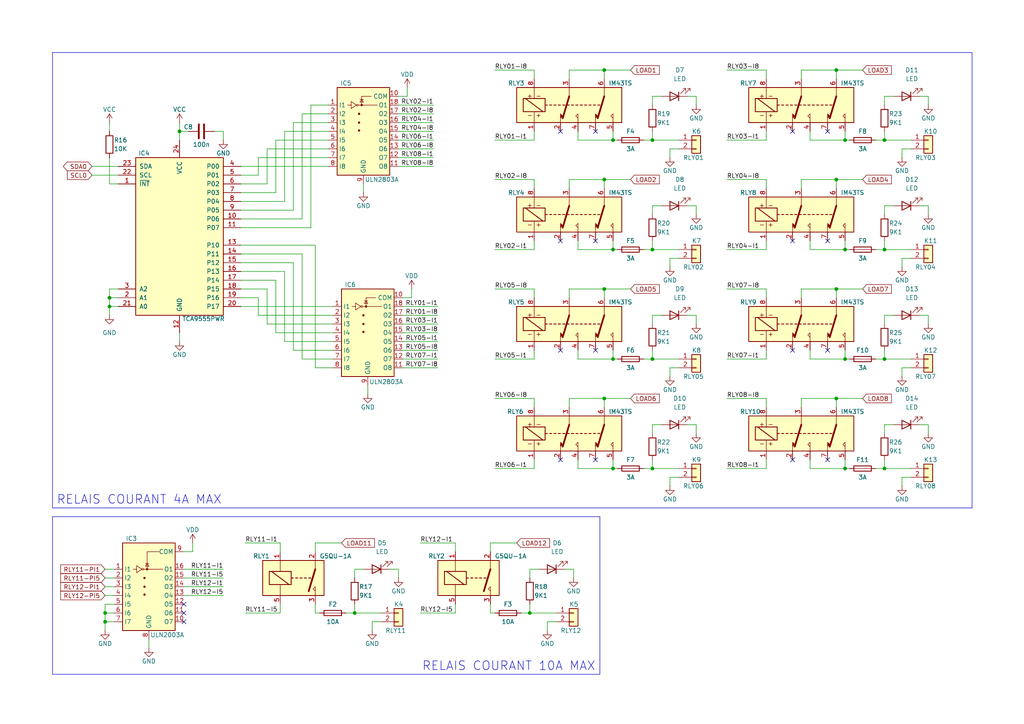
<source format=kicad_sch>
(kicad_sch (version 20250114) (generator "eeschema") (generator_version "9.0")
  (paper "A4")
  (title_block (title "Carte Interface relais") (rev "1C") (company "ADRASEC 38 - Nicolas F4ISE"))
  (rectangle (start 15.24 149.86) (end 173.99 195.58))
  (rectangle (start 15.24 15.24) (end 281.94 147.32))
  (text "RELAIS COURANT 4A MAX" (at 40.386 145.034 0) (effects (font (size 2.54 2.54))))
  (text "RELAIS COURANT 10A MAX" (at 147.574 193.294 0) (effects (font (size 2.54 2.54))))
  (junction (at 242.57 115.57))
  (junction (at 242.57 83.82))
  (junction (at 153.67 177.8))
  (junction (at 177.8 72.39))
  (junction (at 256.54 72.39))
  (junction (at 177.8 40.64))
  (junction (at 245.11 72.39))
  (junction (at 175.26 52.07))
  (junction (at 256.54 135.89))
  (junction (at 175.26 83.82))
  (junction (at 52.07 38.1))
  (junction (at 256.54 104.14))
  (junction (at 177.8 135.89))
  (junction (at 245.11 40.64))
  (junction (at 189.23 72.39))
  (junction (at 189.23 40.64))
  (junction (at 177.8 104.14))
  (junction (at 256.54 40.64))
  (junction (at 242.57 52.07))
  (junction (at 245.11 104.14))
  (junction (at 30.48 180.34))
  (junction (at 31.75 88.9))
  (junction (at 175.26 20.32))
  (junction (at 242.57 20.32))
  (junction (at 189.23 135.89))
  (junction (at 31.75 86.36))
  (junction (at 189.23 104.14))
  (junction (at 102.87 177.8))
  (junction (at 30.48 177.8))
  (junction (at 245.11 135.89))
  (junction (at 175.26 115.57))
  (no_connect (at 162.56 133.35))
  (no_connect (at 172.72 101.6))
  (no_connect (at 229.87 38.1))
  (no_connect (at 229.87 133.35))
  (no_connect (at 53.34 175.26))
  (no_connect (at 229.87 69.85))
  (no_connect (at 240.03 133.35))
  (no_connect (at 172.72 133.35))
  (no_connect (at 162.56 69.85))
  (no_connect (at 240.03 38.1))
  (no_connect (at 162.56 101.6))
  (no_connect (at 240.03 101.6))
  (no_connect (at 162.56 38.1))
  (no_connect (at 240.03 69.85))
  (no_connect (at 53.34 180.34))
  (no_connect (at 172.72 38.1))
  (no_connect (at 172.72 69.85))
  (no_connect (at 53.34 177.8))
  (no_connect (at 229.87 101.6))
  (wire (pts (xy 85.09 60.96) (xy 85.09 35.56)))
  (wire (pts (xy 161.29 180.34) (xy 158.75 180.34)))
  (wire (pts (xy 256.54 104.14) (xy 264.16 104.14)))
  (wire (pts (xy 143.51 135.89) (xy 154.94 135.89)))
  (wire (pts (xy 80.01 55.88) (xy 80.01 40.64)))
  (wire (pts (xy 154.94 54.61) (xy 154.94 52.07)))
  (wire (pts (xy 234.95 38.1) (xy 234.95 40.64)))
  (wire (pts (xy 165.1 83.82) (xy 175.26 83.82)))
  (wire (pts (xy 69.85 71.12) (xy 91.44 71.12)))
  (wire (pts (xy 74.93 91.44) (xy 96.52 91.44)))
  (wire (pts (xy 264.16 138.43) (xy 261.62 138.43)))
  (wire (pts (xy 69.85 50.8) (xy 74.93 50.8)))
  (wire (pts (xy 115.57 35.56) (xy 125.73 35.56)))
  (wire (pts (xy 245.11 72.39) (xy 245.11 69.85)))
  (wire (pts (xy 64.77 38.1) (xy 64.77 40.64)))
  (wire (pts (xy 115.57 48.26) (xy 125.73 48.26)))
  (wire (pts (xy 189.23 69.85) (xy 189.23 72.39)))
  (wire (pts (xy 189.23 104.14) (xy 196.85 104.14)))
  (wire (pts (xy 87.63 104.14) (xy 96.52 104.14)))
  (wire (pts (xy 210.82 40.64) (xy 222.25 40.64)))
  (wire (pts (xy 116.84 93.98) (xy 127 93.98)))
  (wire (pts (xy 116.84 88.9) (xy 127 88.9)))
  (wire (pts (xy 30.48 177.8) (xy 30.48 180.34)))
  (wire (pts (xy 154.94 38.1) (xy 154.94 40.64)))
  (wire (pts (xy 142.24 177.8) (xy 142.24 175.26)))
  (wire (pts (xy 269.24 59.69) (xy 269.24 62.23)))
  (wire (pts (xy 189.23 101.6) (xy 189.23 104.14)))
  (wire (pts (xy 119.38 86.36) (xy 119.38 83.82)))
  (wire (pts (xy 74.93 45.72) (xy 95.25 45.72)))
  (wire (pts (xy 81.28 175.26) (xy 81.28 177.8)))
  (wire (pts (xy 116.84 104.14) (xy 127 104.14)))
  (wire (pts (xy 189.23 62.23) (xy 189.23 59.69)))
  (wire (pts (xy 256.54 59.69) (xy 259.08 59.69)))
  (wire (pts (xy 222.25 83.82) (xy 222.25 86.36)))
  (wire (pts (xy 165.1 20.32) (xy 175.26 20.32)))
  (wire (pts (xy 91.44 177.8) (xy 92.71 177.8)))
  (wire (pts (xy 232.41 86.36) (xy 232.41 83.82)))
  (wire (pts (xy 43.18 185.42) (xy 43.18 187.96)))
  (wire (pts (xy 245.11 135.89) (xy 245.11 133.35)))
  (wire (pts (xy 232.41 20.32) (xy 242.57 20.32)))
  (wire (pts (xy 234.95 101.6) (xy 234.95 104.14)))
  (wire (pts (xy 33.02 175.26) (xy 30.48 175.26)))
  (wire (pts (xy 210.82 72.39) (xy 222.25 72.39)))
  (wire (pts (xy 80.01 81.28) (xy 80.01 96.52)))
  (wire (pts (xy 175.26 115.57) (xy 182.88 115.57)))
  (wire (pts (xy 143.51 115.57) (xy 154.94 115.57)))
  (wire (pts (xy 186.69 135.89) (xy 189.23 135.89)))
  (wire (pts (xy 69.85 55.88) (xy 80.01 55.88)))
  (wire (pts (xy 165.1 52.07) (xy 175.26 52.07)))
  (wire (pts (xy 261.62 138.43) (xy 261.62 140.97)))
  (wire (pts (xy 210.82 83.82) (xy 222.25 83.82)))
  (wire (pts (xy 132.08 175.26) (xy 132.08 177.8)))
  (wire (pts (xy 142.24 157.48) (xy 149.86 157.48)))
  (wire (pts (xy 196.85 106.68) (xy 194.31 106.68)))
  (wire (pts (xy 256.54 27.94) (xy 259.08 27.94)))
  (wire (pts (xy 264.16 43.18) (xy 261.62 43.18)))
  (wire (pts (xy 175.26 118.11) (xy 175.26 115.57)))
  (wire (pts (xy 91.44 160.02) (xy 91.44 157.48)))
  (wire (pts (xy 256.54 30.48) (xy 256.54 27.94)))
  (wire (pts (xy 256.54 93.98) (xy 256.54 91.44)))
  (wire (pts (xy 77.47 93.98) (xy 96.52 93.98)))
  (wire (pts (xy 31.75 53.34) (xy 31.75 45.72)))
  (wire (pts (xy 154.94 83.82) (xy 154.94 86.36)))
  (wire (pts (xy 115.57 38.1) (xy 125.73 38.1)))
  (wire (pts (xy 245.11 135.89) (xy 246.38 135.89)))
  (wire (pts (xy 210.82 52.07) (xy 222.25 52.07)))
  (wire (pts (xy 234.95 135.89) (xy 245.11 135.89)))
  (wire (pts (xy 234.95 40.64) (xy 245.11 40.64)))
  (wire (pts (xy 189.23 27.94) (xy 191.77 27.94)))
  (wire (pts (xy 266.7 59.69) (xy 269.24 59.69)))
  (wire (pts (xy 266.7 91.44) (xy 269.24 91.44)))
  (wire (pts (xy 102.87 165.1) (xy 105.41 165.1)))
  (wire (pts (xy 245.11 40.64) (xy 246.38 40.64)))
  (wire (pts (xy 222.25 52.07) (xy 222.25 54.61)))
  (wire (pts (xy 91.44 177.8) (xy 91.44 175.26)))
  (wire (pts (xy 69.85 83.82) (xy 77.47 83.82)))
  (wire (pts (xy 62.23 38.1) (xy 64.77 38.1)))
  (wire (pts (xy 85.09 76.2) (xy 85.09 101.6)))
  (wire (pts (xy 30.48 177.8) (xy 33.02 177.8)))
  (wire (pts (xy 52.07 38.1) (xy 52.07 40.64)))
  (wire (pts (xy 77.47 43.18) (xy 95.25 43.18)))
  (wire (pts (xy 196.85 138.43) (xy 194.31 138.43)))
  (wire (pts (xy 256.54 38.1) (xy 256.54 40.64)))
  (wire (pts (xy 82.55 99.06) (xy 96.52 99.06)))
  (wire (pts (xy 269.24 91.44) (xy 269.24 93.98)))
  (wire (pts (xy 222.25 115.57) (xy 222.25 118.11)))
  (wire (pts (xy 199.39 27.94) (xy 201.93 27.94)))
  (wire (pts (xy 69.85 78.74) (xy 82.55 78.74)))
  (wire (pts (xy 261.62 43.18) (xy 261.62 45.72)))
  (wire (pts (xy 177.8 72.39) (xy 177.8 69.85)))
  (wire (pts (xy 143.51 52.07) (xy 154.94 52.07)))
  (wire (pts (xy 116.84 86.36) (xy 119.38 86.36)))
  (wire (pts (xy 232.41 22.86) (xy 232.41 20.32)))
  (wire (pts (xy 110.49 180.34) (xy 107.95 180.34)))
  (wire (pts (xy 167.64 40.64) (xy 177.8 40.64)))
  (wire (pts (xy 154.94 101.6) (xy 154.94 104.14)))
  (wire (pts (xy 31.75 35.56) (xy 31.75 38.1)))
  (wire (pts (xy 71.12 157.48) (xy 81.28 157.48)))
  (wire (pts (xy 69.85 88.9) (xy 96.52 88.9)))
  (wire (pts (xy 254 72.39) (xy 256.54 72.39)))
  (wire (pts (xy 245.11 40.64) (xy 245.11 38.1)))
  (wire (pts (xy 167.64 133.35) (xy 167.64 135.89)))
  (wire (pts (xy 90.17 66.04) (xy 90.17 30.48)))
  (wire (pts (xy 87.63 63.5) (xy 87.63 33.02)))
  (wire (pts (xy 80.01 40.64) (xy 95.25 40.64)))
  (wire (pts (xy 91.44 106.68) (xy 96.52 106.68)))
  (wire (pts (xy 242.57 118.11) (xy 242.57 115.57)))
  (wire (pts (xy 189.23 123.19) (xy 191.77 123.19)))
  (wire (pts (xy 143.51 72.39) (xy 154.94 72.39)))
  (wire (pts (xy 30.48 170.18) (xy 33.02 170.18)))
  (wire (pts (xy 102.87 177.8) (xy 110.49 177.8)))
  (wire (pts (xy 102.87 167.64) (xy 102.87 165.1)))
  (wire (pts (xy 121.92 177.8) (xy 132.08 177.8)))
  (wire (pts (xy 261.62 106.68) (xy 261.62 109.22)))
  (wire (pts (xy 90.17 30.48) (xy 95.25 30.48)))
  (wire (pts (xy 167.64 101.6) (xy 167.64 104.14)))
  (wire (pts (xy 74.93 86.36) (xy 74.93 91.44)))
  (wire (pts (xy 254 104.14) (xy 256.54 104.14)))
  (wire (pts (xy 232.41 118.11) (xy 232.41 115.57)))
  (wire (pts (xy 132.08 160.02) (xy 132.08 157.48)))
  (wire (pts (xy 100.33 177.8) (xy 102.87 177.8)))
  (wire (pts (xy 266.7 27.94) (xy 269.24 27.94)))
  (wire (pts (xy 116.84 96.52) (xy 127 96.52)))
  (wire (pts (xy 82.55 58.42) (xy 82.55 38.1)))
  (wire (pts (xy 222.25 22.86) (xy 222.25 20.32)))
  (wire (pts (xy 143.51 104.14) (xy 154.94 104.14)))
  (wire (pts (xy 166.37 165.1) (xy 166.37 167.64)))
  (wire (pts (xy 77.47 53.34) (xy 77.47 43.18)))
  (wire (pts (xy 69.85 58.42) (xy 82.55 58.42)))
  (wire (pts (xy 232.41 54.61) (xy 232.41 52.07)))
  (wire (pts (xy 91.44 157.48) (xy 99.06 157.48)))
  (wire (pts (xy 210.82 104.14) (xy 222.25 104.14)))
  (wire (pts (xy 177.8 104.14) (xy 179.07 104.14)))
  (wire (pts (xy 234.95 72.39) (xy 245.11 72.39)))
  (wire (pts (xy 189.23 133.35) (xy 189.23 135.89)))
  (wire (pts (xy 194.31 106.68) (xy 194.31 109.22)))
  (wire (pts (xy 242.57 20.32) (xy 250.19 20.32)))
  (wire (pts (xy 121.92 157.48) (xy 132.08 157.48)))
  (wire (pts (xy 256.54 125.73) (xy 256.54 123.19)))
  (wire (pts (xy 31.75 86.36) (xy 34.29 86.36)))
  (wire (pts (xy 31.75 83.82) (xy 31.75 86.36)))
  (wire (pts (xy 143.51 40.64) (xy 154.94 40.64)))
  (wire (pts (xy 106.68 111.76) (xy 106.68 114.3)))
  (wire (pts (xy 242.57 83.82) (xy 250.19 83.82)))
  (wire (pts (xy 194.31 74.93) (xy 194.31 77.47)))
  (wire (pts (xy 30.48 180.34) (xy 30.48 182.88)))
  (wire (pts (xy 69.85 76.2) (xy 85.09 76.2)))
  (wire (pts (xy 242.57 86.36) (xy 242.57 83.82)))
  (wire (pts (xy 69.85 66.04) (xy 90.17 66.04)))
  (wire (pts (xy 234.95 133.35) (xy 234.95 135.89)))
  (wire (pts (xy 55.88 160.02) (xy 55.88 157.48)))
  (wire (pts (xy 256.54 69.85) (xy 256.54 72.39)))
  (wire (pts (xy 80.01 96.52) (xy 96.52 96.52)))
  (wire (pts (xy 81.28 160.02) (xy 81.28 157.48)))
  (wire (pts (xy 177.8 104.14) (xy 177.8 101.6)))
  (wire (pts (xy 165.1 86.36) (xy 165.1 83.82)))
  (wire (pts (xy 201.93 59.69) (xy 201.93 62.23)))
  (wire (pts (xy 232.41 83.82) (xy 242.57 83.82)))
  (wire (pts (xy 201.93 123.19) (xy 201.93 125.73)))
  (wire (pts (xy 189.23 38.1) (xy 189.23 40.64)))
  (wire (pts (xy 189.23 91.44) (xy 191.77 91.44)))
  (wire (pts (xy 30.48 175.26) (xy 30.48 177.8)))
  (wire (pts (xy 154.94 115.57) (xy 154.94 118.11)))
  (wire (pts (xy 186.69 72.39) (xy 189.23 72.39)))
  (wire (pts (xy 177.8 72.39) (xy 179.07 72.39)))
  (wire (pts (xy 177.8 135.89) (xy 179.07 135.89)))
  (wire (pts (xy 186.69 104.14) (xy 189.23 104.14)))
  (wire (pts (xy 69.85 48.26) (xy 95.25 48.26)))
  (wire (pts (xy 201.93 27.94) (xy 201.93 30.48)))
  (wire (pts (xy 115.57 33.02) (xy 125.73 33.02)))
  (wire (pts (xy 82.55 78.74) (xy 82.55 99.06)))
  (wire (pts (xy 30.48 165.1) (xy 33.02 165.1)))
  (wire (pts (xy 118.11 27.94) (xy 118.11 25.4)))
  (wire (pts (xy 201.93 91.44) (xy 201.93 93.98)))
  (wire (pts (xy 175.26 22.86) (xy 175.26 20.32)))
  (wire (pts (xy 71.12 177.8) (xy 81.28 177.8)))
  (wire (pts (xy 158.75 180.34) (xy 158.75 182.88)))
  (wire (pts (xy 30.48 167.64) (xy 33.02 167.64)))
  (wire (pts (xy 175.26 83.82) (xy 182.88 83.82)))
  (wire (pts (xy 189.23 30.48) (xy 189.23 27.94)))
  (wire (pts (xy 69.85 60.96) (xy 85.09 60.96)))
  (wire (pts (xy 143.51 83.82) (xy 154.94 83.82)))
  (wire (pts (xy 167.64 69.85) (xy 167.64 72.39)))
  (wire (pts (xy 85.09 101.6) (xy 96.52 101.6)))
  (wire (pts (xy 105.41 53.34) (xy 105.41 55.88)))
  (wire (pts (xy 256.54 123.19) (xy 259.08 123.19)))
  (wire (pts (xy 87.63 73.66) (xy 87.63 104.14)))
  (wire (pts (xy 210.82 115.57) (xy 222.25 115.57)))
  (wire (pts (xy 52.07 38.1) (xy 54.61 38.1)))
  (wire (pts (xy 115.57 165.1) (xy 115.57 167.64)))
  (wire (pts (xy 254 40.64) (xy 256.54 40.64)))
  (wire (pts (xy 256.54 72.39) (xy 264.16 72.39)))
  (wire (pts (xy 153.67 165.1) (xy 156.21 165.1)))
  (wire (pts (xy 222.25 101.6) (xy 222.25 104.14)))
  (wire (pts (xy 232.41 115.57) (xy 242.57 115.57)))
  (wire (pts (xy 194.31 138.43) (xy 194.31 140.97)))
  (wire (pts (xy 177.8 135.89) (xy 177.8 133.35)))
  (wire (pts (xy 142.24 177.8) (xy 143.51 177.8)))
  (wire (pts (xy 113.03 165.1) (xy 115.57 165.1)))
  (wire (pts (xy 269.24 123.19) (xy 269.24 125.73)))
  (wire (pts (xy 196.85 43.18) (xy 194.31 43.18)))
  (wire (pts (xy 269.24 27.94) (xy 269.24 30.48)))
  (wire (pts (xy 31.75 88.9) (xy 34.29 88.9)))
  (wire (pts (xy 256.54 91.44) (xy 259.08 91.44)))
  (wire (pts (xy 232.41 52.07) (xy 242.57 52.07)))
  (wire (pts (xy 242.57 54.61) (xy 242.57 52.07)))
  (wire (pts (xy 151.13 177.8) (xy 153.67 177.8)))
  (wire (pts (xy 186.69 40.64) (xy 189.23 40.64)))
  (wire (pts (xy 74.93 50.8) (xy 74.93 45.72)))
  (wire (pts (xy 167.64 104.14) (xy 177.8 104.14)))
  (wire (pts (xy 154.94 133.35) (xy 154.94 135.89)))
  (wire (pts (xy 175.26 20.32) (xy 182.88 20.32)))
  (wire (pts (xy 69.85 81.28) (xy 80.01 81.28)))
  (wire (pts (xy 177.8 40.64) (xy 179.07 40.64)))
  (wire (pts (xy 142.24 160.02) (xy 142.24 157.48)))
  (wire (pts (xy 116.84 99.06) (xy 127 99.06)))
  (wire (pts (xy 167.64 72.39) (xy 177.8 72.39)))
  (wire (pts (xy 31.75 88.9) (xy 31.75 91.44)))
  (wire (pts (xy 242.57 52.07) (xy 250.19 52.07)))
  (wire (pts (xy 175.26 86.36) (xy 175.26 83.82)))
  (wire (pts (xy 245.11 104.14) (xy 245.11 101.6)))
  (wire (pts (xy 87.63 33.02) (xy 95.25 33.02)))
  (wire (pts (xy 53.34 170.18) (xy 64.77 170.18)))
  (wire (pts (xy 115.57 40.64) (xy 125.73 40.64)))
  (wire (pts (xy 245.11 72.39) (xy 246.38 72.39)))
  (wire (pts (xy 194.31 43.18) (xy 194.31 45.72)))
  (wire (pts (xy 77.47 83.82) (xy 77.47 93.98)))
  (wire (pts (xy 167.64 38.1) (xy 167.64 40.64)))
  (wire (pts (xy 196.85 74.93) (xy 194.31 74.93)))
  (wire (pts (xy 52.07 96.52) (xy 52.07 99.06)))
  (wire (pts (xy 26.67 48.26) (xy 34.29 48.26)))
  (wire (pts (xy 165.1 22.86) (xy 165.1 20.32)))
  (wire (pts (xy 69.85 86.36) (xy 74.93 86.36)))
  (wire (pts (xy 154.94 22.86) (xy 154.94 20.32)))
  (wire (pts (xy 153.67 167.64) (xy 153.67 165.1)))
  (wire (pts (xy 234.95 104.14) (xy 245.11 104.14)))
  (wire (pts (xy 242.57 22.86) (xy 242.57 20.32)))
  (wire (pts (xy 189.23 40.64) (xy 196.85 40.64)))
  (wire (pts (xy 69.85 73.66) (xy 87.63 73.66)))
  (wire (pts (xy 82.55 38.1) (xy 95.25 38.1)))
  (wire (pts (xy 189.23 72.39) (xy 196.85 72.39)))
  (wire (pts (xy 30.48 172.72) (xy 33.02 172.72)))
  (wire (pts (xy 222.25 133.35) (xy 222.25 135.89)))
  (wire (pts (xy 189.23 93.98) (xy 189.23 91.44)))
  (wire (pts (xy 30.48 180.34) (xy 33.02 180.34)))
  (wire (pts (xy 31.75 86.36) (xy 31.75 88.9)))
  (wire (pts (xy 210.82 20.32) (xy 222.25 20.32)))
  (wire (pts (xy 153.67 177.8) (xy 161.29 177.8)))
  (wire (pts (xy 222.25 38.1) (xy 222.25 40.64)))
  (wire (pts (xy 165.1 118.11) (xy 165.1 115.57)))
  (wire (pts (xy 256.54 135.89) (xy 264.16 135.89)))
  (wire (pts (xy 153.67 175.26) (xy 153.67 177.8)))
  (wire (pts (xy 102.87 175.26) (xy 102.87 177.8)))
  (wire (pts (xy 175.26 52.07) (xy 182.88 52.07)))
  (wire (pts (xy 245.11 104.14) (xy 246.38 104.14)))
  (wire (pts (xy 115.57 30.48) (xy 125.73 30.48)))
  (wire (pts (xy 91.44 71.12) (xy 91.44 106.68)))
  (wire (pts (xy 254 135.89) (xy 256.54 135.89)))
  (wire (pts (xy 69.85 53.34) (xy 77.47 53.34)))
  (wire (pts (xy 210.82 135.89) (xy 222.25 135.89)))
  (wire (pts (xy 116.84 91.44) (xy 127 91.44)))
  (wire (pts (xy 116.84 101.6) (xy 127 101.6)))
  (wire (pts (xy 85.09 35.56) (xy 95.25 35.56)))
  (wire (pts (xy 165.1 54.61) (xy 165.1 52.07)))
  (wire (pts (xy 256.54 62.23) (xy 256.54 59.69)))
  (wire (pts (xy 261.62 74.93) (xy 261.62 77.47)))
  (wire (pts (xy 26.67 50.8) (xy 34.29 50.8)))
  (wire (pts (xy 222.25 69.85) (xy 222.25 72.39)))
  (wire (pts (xy 154.94 69.85) (xy 154.94 72.39)))
  (wire (pts (xy 165.1 115.57) (xy 175.26 115.57)))
  (wire (pts (xy 53.34 160.02) (xy 55.88 160.02)))
  (wire (pts (xy 53.34 165.1) (xy 64.77 165.1)))
  (wire (pts (xy 115.57 27.94) (xy 118.11 27.94)))
  (wire (pts (xy 167.64 135.89) (xy 177.8 135.89)))
  (wire (pts (xy 264.16 74.93) (xy 261.62 74.93)))
  (wire (pts (xy 177.8 40.64) (xy 177.8 38.1)))
  (wire (pts (xy 199.39 123.19) (xy 201.93 123.19)))
  (wire (pts (xy 256.54 133.35) (xy 256.54 135.89)))
  (wire (pts (xy 256.54 40.64) (xy 264.16 40.64)))
  (wire (pts (xy 199.39 91.44) (xy 201.93 91.44)))
  (wire (pts (xy 189.23 135.89) (xy 196.85 135.89)))
  (wire (pts (xy 234.95 69.85) (xy 234.95 72.39)))
  (wire (pts (xy 34.29 83.82) (xy 31.75 83.82)))
  (wire (pts (xy 52.07 35.56) (xy 52.07 38.1)))
  (wire (pts (xy 189.23 125.73) (xy 189.23 123.19)))
  (wire (pts (xy 116.84 106.68) (xy 127 106.68)))
  (wire (pts (xy 69.85 63.5) (xy 87.63 63.5)))
  (wire (pts (xy 175.26 54.61) (xy 175.26 52.07)))
  (wire (pts (xy 266.7 123.19) (xy 269.24 123.19)))
  (wire (pts (xy 199.39 59.69) (xy 201.93 59.69)))
  (wire (pts (xy 189.23 59.69) (xy 191.77 59.69)))
  (wire (pts (xy 107.95 180.34) (xy 107.95 182.88)))
  (wire (pts (xy 256.54 101.6) (xy 256.54 104.14)))
  (wire (pts (xy 143.51 20.32) (xy 154.94 20.32)))
  (wire (pts (xy 163.83 165.1) (xy 166.37 165.1)))
  (wire (pts (xy 34.29 53.34) (xy 31.75 53.34)))
  (wire (pts (xy 115.57 43.18) (xy 125.73 43.18)))
  (wire (pts (xy 264.16 106.68) (xy 261.62 106.68)))
  (wire (pts (xy 53.34 167.64) (xy 64.77 167.64)))
  (wire (pts (xy 242.57 115.57) (xy 250.19 115.57)))
  (wire (pts (xy 115.57 45.72) (xy 125.73 45.72)))
  (wire (pts (xy 53.34 172.72) (xy 64.77 172.72)))
  (label "RLY11-I5" (at 71.12 177.8 0))
  (label "RLY06-I1" (at 143.51 135.89 0))
  (label "RLY11-I1" (at 71.12 157.48 0))
  (label "RLY02-I8" (at 143.51 52.07 0))
  (label "RLY02-I8" (at 125.73 33.02 180))
  (label "RLY06-I8" (at 143.51 115.57 0))
  (label "RLY07-I8" (at 210.82 83.82 0))
  (label "RLY12-I1" (at 64.77 170.18 180))
  (label "RLY05-I1" (at 143.51 104.14 0))
  (label "RLY07-I1" (at 127 104.14 180))
  (label "RLY11-I5" (at 64.77 167.64 180))
  (label "RLY03-I8" (at 127 96.52 180))
  (label "RLY03-I1" (at 210.82 40.64 0))
  (label "RLY04-I8" (at 125.73 38.1 180))
  (label "RLY01-I8" (at 127 91.44 180))
  (label "RLY02-I1" (at 143.51 72.39 0))
  (label "RLY04-I1" (at 125.73 35.56 180))
  (label "RLY12-I5" (at 64.77 172.72 180))
  (label "RLY05-I1" (at 127 99.06 180))
  (label "RLY01-I1" (at 143.51 40.64 0))
  (label "RLY03-I1" (at 127 93.98 180))
  (label "RLY02-I1" (at 125.73 30.48 180))
  (label "RLY12-I1" (at 121.92 157.48 0))
  (label "RLY03-I8" (at 210.82 20.32 0))
  (label "RLY06-I1" (at 125.73 40.64 180))
  (label "RLY08-I8" (at 210.82 115.57 0))
  (label "RLY08-I8" (at 125.73 48.26 180))
  (label "RLY01-I1" (at 127 88.9 180))
  (label "RLY04-I8" (at 210.82 52.07 0))
  (label "RLY05-I8" (at 127 101.6 180))
  (label "RLY01-I8" (at 143.51 20.32 0))
  (label "RLY12-I5" (at 121.92 177.8 0))
  (label "RLY07-I1" (at 210.82 104.14 0))
  (label "RLY05-I8" (at 143.51 83.82 0))
  (label "RLY06-I8" (at 125.73 43.18 180))
  (label "RLY07-I8" (at 127 106.68 180))
  (label "RLY11-I1" (at 64.77 165.1 180))
  (label "RLY08-I1" (at 125.73 45.72 180))
  (label "RLY08-I1" (at 210.82 135.89 0))
  (label "RLY04-I1" (at 210.82 72.39 0))
  (global_label "LOAD3" (shape input) (at 250.19 20.32 0) (property "Intersheetrefs" "${INTERSHEET_REFS}" (effects (hide yes))))
  (global_label "LOAD2" (shape input) (at 182.88 52.07 0) (property "Intersheetrefs" "${INTERSHEET_REFS}" (effects (hide yes))))
  (global_label "LOAD8" (shape input) (at 250.19 115.57 0) (property "Intersheetrefs" "${INTERSHEET_REFS}" (effects (hide yes))))
  (global_label "RLY11-PI5" (shape input) (at 30.48 167.64 180) (property "Intersheetrefs" "${INTERSHEET_REFS}" (effects (hide yes))))
  (global_label "RLY12-PI5" (shape input) (at 30.48 172.72 180) (property "Intersheetrefs" "${INTERSHEET_REFS}" (effects (hide yes))))
  (global_label "SDA0" (shape bidirectional) (at 26.67 48.26 180) (property "Intersheetrefs" "${INTERSHEET_REFS}" (effects (hide yes))))
  (global_label "LOAD12" (shape input) (at 149.86 157.48 0) (property "Intersheetrefs" "${INTERSHEET_REFS}" (effects (hide yes))))
  (global_label "LOAD6" (shape input) (at 182.88 115.57 0) (property "Intersheetrefs" "${INTERSHEET_REFS}" (effects (hide yes))))
  (global_label "LOAD5" (shape input) (at 182.88 83.82 0) (property "Intersheetrefs" "${INTERSHEET_REFS}" (effects (hide yes))))
  (global_label "LOAD11" (shape input) (at 99.06 157.48 0) (property "Intersheetrefs" "${INTERSHEET_REFS}" (effects (hide yes))))
  (global_label "SCL0" (shape input) (at 26.67 50.8 180) (property "Intersheetrefs" "${INTERSHEET_REFS}" (effects (hide yes))))
  (global_label "LOAD7" (shape input) (at 250.19 83.82 0) (property "Intersheetrefs" "${INTERSHEET_REFS}" (effects (hide yes))))
  (global_label "LOAD4" (shape input) (at 250.19 52.07 0) (property "Intersheetrefs" "${INTERSHEET_REFS}" (effects (hide yes))))
  (global_label "RLY12-PI1" (shape input) (at 30.48 170.18 180) (property "Intersheetrefs" "${INTERSHEET_REFS}" (effects (hide yes))))
  (global_label "RLY11-PI1" (shape input) (at 30.48 165.1 180) (property "Intersheetrefs" "${INTERSHEET_REFS}" (effects (hide yes))))
  (global_label "LOAD1" (shape input) (at 182.88 20.32 0) (property "Intersheetrefs" "${INTERSHEET_REFS}" (effects (hide yes))))
  (symbol (lib_id "power:GND") (at 106.68 114.3 0) (unit 1)
    (property "Reference" "#PWR043" (effects (hide yes)))
    (property "Value" "GND" (at 106.68 118.11 0))
    (property "Description" "Power symbol creates a global label with name \"GND\" , ground" (effects (hide yes)))
  )
  (symbol (lib_id "Device:R") (at 189.23 34.29 0) (unit 1)
    (property "Reference" "R19" (at 190.5 33.02 0) (effects (justify left)))
    (property "Value" "9K1" (at 190.5 35.56 0) (effects (justify left)))
    (property "Footprint" "Resistor_SMD:R_0603_1608Metric" (effects (hide yes)))
    (property "Description" "Resistor" (effects (hide yes)))
  )
  (symbol (lib_id "Transistor_Array:ULN2003A") (at 43.18 170.18 0) (unit 1)
    (property "Reference" "IC3" (at 38.1 156.21 0))
    (property "Value" "ULN2003A" (at 48.514 184.15 0))
    (property "Footprint" "Package_SO:SO-16_5.3x10.2mm_P1.27mm" (effects (hide yes)))
    (property "Datasheet" "http://www.ti.com/lit/ds/symlink/uln2003a.pdf" (effects (hide yes)))
    (property "Description" "High Voltage, High Current Darlington Transistor Arrays, SOIC16/SOIC16W/DIP16/TSSOP16" (effects (hide yes)))
  )
  (symbol (lib_id "power:GND") (at 194.31 77.47 0) (unit 1)
    (property "Reference" "#PWR051" (effects (hide yes)))
    (property "Value" "GND" (at 194.31 81.28 0))
    (property "Description" "Power symbol creates a global label with name \"GND\" , ground" (effects (hide yes)))
  )
  (symbol (lib_id "Device:Fuse") (at 182.88 104.14 90) (unit 1)
    (property "Reference" "F6" (at 182.88 101.6 90))
    (property "Value" "3A" (at 182.88 106.68 90))
    (property "Footprint" "178.6164.0001:LITTELFUSE_178.6164.0001" (effects (hide yes)))
    (property "Description" "Fuse" (effects (hide yes)))
  )
  (symbol (lib_id "Relay:G5Q-1A") (at 137.16 167.64 0) (mirror x) (unit 1)
    (property "Reference" "RLY2" (at 124.206 161.29 0) (effects (justify left)))
    (property "Value" "G5QU-1A" (at 143.51 161.29 0) (effects (justify left)))
    (property "Footprint" "Relay_THT:Relay_SPST_Omron-G5Q-1A" (effects (hide yes)))
    (property "Datasheet" "https://www.omron.com/ecb/products/pdf/en-g5q.pdf" (effects (hide yes)))
    (property "Description" "Omron G5Q relay, Miniature Single Pole, SPST-NO, 10A" (effects (hide yes)))
  )
  (symbol (lib_name "LED_1") (lib_id "Device:LED") (at 262.89 27.94 180) (unit 1)
    (property "Reference" "D11" (at 264.4775 20.32 0))
    (property "Value" "LED" (at 264.4775 22.86 0))
    (property "Footprint" "LED_THT:LED_D3.0mm" (effects (hide yes)))
    (property "Description" "Light emitting diode" (effects (hide yes)))
    (property "Sim.Pins" "1=K 2=A" (effects (hide yes)))
  )
  (symbol (lib_name "LED_1") (lib_id "Device:LED") (at 195.58 123.19 180) (unit 1)
    (property "Reference" "D10" (at 197.1675 115.57 0))
    (property "Value" "LED" (at 197.1675 118.11 0))
    (property "Footprint" "LED_THT:LED_D3.0mm" (effects (hide yes)))
    (property "Description" "Light emitting diode" (effects (hide yes)))
    (property "Sim.Pins" "1=K 2=A" (effects (hide yes)))
  )
  (symbol (lib_id "Device:Fuse") (at 250.19 135.89 90) (unit 1)
    (property "Reference" "F11" (at 250.19 133.35 90))
    (property "Value" "3A" (at 250.19 138.43 90))
    (property "Footprint" "178.6164.0001:LITTELFUSE_178.6164.0001" (effects (hide yes)))
    (property "Description" "Fuse" (effects (hide yes)))
  )
  (symbol (lib_name "LED_1") (lib_id "Device:LED") (at 262.89 91.44 180) (unit 1)
    (property "Reference" "D13" (at 264.4775 83.82 0))
    (property "Value" "LED" (at 264.4775 86.36 0))
    (property "Footprint" "LED_THT:LED_D3.0mm" (effects (hide yes)))
    (property "Description" "Light emitting diode" (effects (hide yes)))
    (property "Sim.Pins" "1=K 2=A" (effects (hide yes)))
  )
  (symbol (lib_id "power:GND") (at 194.31 109.22 0) (unit 1)
    (property "Reference" "#PWR052" (effects (hide yes)))
    (property "Value" "GND" (at 194.31 113.03 0))
    (property "Description" "Power symbol creates a global label with name \"GND\" , ground" (effects (hide yes)))
  )
  (symbol (lib_id "Relay:IM43") (at 232.41 125.73 0) (mirror x) (unit 1)
    (property "Reference" "RLY10" (at 214.63 119.38 0) (effects (justify left)))
    (property "Value" "IM43TS" (at 243.84 119.38 0) (effects (justify left)))
    (property "Footprint" "Relay_THT:Relay_DPDT_AXICOM_IMSeries_Pitch5.08mm" (effects (hide yes)))
    (property "Datasheet" "http://www.te.com/commerce/DocumentDelivery/DDEController?Action=srchrtrv&DocNm=108-98001&DocType=SS&DocLang=EN" (effects (hide yes)))
    (property "Description" "IM Relay, standard version, bistable, switching current 2/5A, power 60W/62.5VA, voltage 220VDC/250VAC" (effects (hide yes)))
  )
  (symbol (lib_id "power:VDD") (at 55.88 157.48 0) (unit 1)
    (property "Reference" "#PWR040" (effects (hide yes)))
    (property "Value" "VDD" (at 55.88 153.67 0))
    (property "Description" "Power symbol creates a global label with name \"VDD\"" (effects (hide yes)))
  )
  (symbol (lib_id "power:VCC") (at 52.07 35.56 0) (unit 1)
    (property "Reference" "#PWR038" (effects (hide yes)))
    (property "Value" "VCC" (at 52.07 31.75 0))
    (property "Description" "Power symbol creates a global label with name \"VCC\"" (effects (hide yes)))
  )
  (symbol (lib_id "Device:R") (at 256.54 34.29 0) (unit 1)
    (property "Reference" "R23" (at 257.81 33.02 0) (effects (justify left)))
    (property "Value" "9K1" (at 257.81 35.56 0) (effects (justify left)))
    (property "Footprint" "Resistor_SMD:R_0603_1608Metric" (effects (hide yes)))
    (property "Description" "Resistor" (effects (hide yes)))
  )
  (symbol (lib_id "Device:Fuse") (at 250.19 72.39 90) (unit 1)
    (property "Reference" "F9" (at 250.19 69.85 90))
    (property "Value" "3A" (at 250.19 74.93 90))
    (property "Footprint" "178.6164.0001:LITTELFUSE_178.6164.0001" (effects (hide yes)))
    (property "Description" "Fuse" (effects (hide yes)))
  )
  (symbol (lib_id "Device:Fuse") (at 147.32 177.8 90) (unit 1)
    (property "Reference" "F3" (at 147.32 175.26 90))
    (property "Value" "10A" (at 147.32 180.34 90))
    (property "Footprint" "178.6164.0001:LITTELFUSE_178.6164.0001" (effects (hide yes)))
    (property "Description" "Fuse" (effects (hide yes)))
  )
  (symbol (lib_id "Relay:IM43") (at 165.1 30.48 0) (mirror x) (unit 1)
    (property "Reference" "RLY3" (at 147.32 24.13 0) (effects (justify left)))
    (property "Value" "IM43TS" (at 176.53 24.13 0) (effects (justify left)))
    (property "Footprint" "Relay_THT:Relay_DPDT_AXICOM_IMSeries_Pitch5.08mm" (effects (hide yes)))
    (property "Datasheet" "http://www.te.com/commerce/DocumentDelivery/DDEController?Action=srchrtrv&DocNm=108-98001&DocType=SS&DocLang=EN" (effects (hide yes)))
    (property "Description" "IM Relay, standard version, bistable, switching current 2/5A, power 60W/62.5VA, voltage 220VDC/250VAC" (effects (hide yes)))
  )
  (symbol (lib_name "LED_1") (lib_id "Device:LED") (at 195.58 91.44 180) (unit 1)
    (property "Reference" "D9" (at 197.1675 83.82 0))
    (property "Value" "LED" (at 197.1675 86.36 0))
    (property "Footprint" "LED_THT:LED_D3.0mm" (effects (hide yes)))
    (property "Description" "Light emitting diode" (effects (hide yes)))
    (property "Sim.Pins" "1=K 2=A" (effects (hide yes)))
  )
  (symbol (lib_id "Device:R") (at 256.54 66.04 0) (unit 1)
    (property "Reference" "R24" (at 257.81 64.77 0) (effects (justify left)))
    (property "Value" "9K1" (at 257.81 67.31 0) (effects (justify left)))
    (property "Footprint" "Resistor_SMD:R_0603_1608Metric" (effects (hide yes)))
    (property "Description" "Resistor" (effects (hide yes)))
  )
  (symbol (lib_id "Relay:G5Q-1A") (at 86.36 167.64 0) (mirror x) (unit 1)
    (property "Reference" "RLY1" (at 73.406 161.29 0) (effects (justify left)))
    (property "Value" "G5QU-1A" (at 92.71 161.29 0) (effects (justify left)))
    (property "Footprint" "Relay_THT:Relay_SPST_Omron-G5Q-1A" (effects (hide yes)))
    (property "Datasheet" "https://www.omron.com/ecb/products/pdf/en-g5q.pdf" (effects (hide yes)))
    (property "Description" "Omron G5Q relay, Miniature Single Pole, SPST-NO, 10A" (effects (hide yes)))
  )
  (symbol (lib_id "power:GND") (at 261.62 109.22 0) (unit 1)
    (property "Reference" "#PWR060" (effects (hide yes)))
    (property "Value" "GND" (at 261.62 113.03 0))
    (property "Description" "Power symbol creates a global label with name \"GND\" , ground" (effects (hide yes)))
  )
  (symbol (lib_id "Device:Fuse") (at 182.88 135.89 90) (unit 1)
    (property "Reference" "F7" (at 182.88 133.35 90))
    (property "Value" "3A" (at 182.88 138.43 90))
    (property "Footprint" "178.6164.0001:LITTELFUSE_178.6164.0001" (effects (hide yes)))
    (property "Description" "Fuse" (effects (hide yes)))
  )
  (symbol (lib_id "Connector_Generic:Conn_01x02") (at 269.24 104.14 0) (unit 1)
    (property "Reference" "K12" (at 267.97 101.6 0) (effects (justify left)))
    (property "Value" "RLY07" (at 265.43 109.22 0) (effects (justify left)))
    (property "Footprint" "TerminalBlock_Phoenix:TerminalBlock_Phoenix_MKDS-1,5-2-5.08_1x02_P5.08mm_Horizontal" (effects (hide yes)))
    (property "Description" "Generic connector, single row, 01x02, script generated (kicad-library-utils/schlib/autogen/connector/)" (effects (hide yes)))
  )
  (symbol (lib_id "Device:Fuse") (at 250.19 104.14 90) (unit 1)
    (property "Reference" "F10" (at 250.19 101.6 90))
    (property "Value" "3A" (at 250.19 106.68 90))
    (property "Footprint" "178.6164.0001:LITTELFUSE_178.6164.0001" (effects (hide yes)))
    (property "Description" "Fuse" (effects (hide yes)))
  )
  (symbol (lib_id "power:GND") (at 201.93 93.98 0) (unit 1)
    (property "Reference" "#PWR056" (effects (hide yes)))
    (property "Value" "GND" (at 201.93 97.79 0))
    (property "Description" "Power symbol creates a global label with name \"GND\" , ground" (effects (hide yes)))
  )
  (symbol (lib_id "power:GND") (at 194.31 140.97 0) (unit 1)
    (property "Reference" "#PWR053" (effects (hide yes)))
    (property "Value" "GND" (at 194.31 144.78 0))
    (property "Description" "Power symbol creates a global label with name \"GND\" , ground" (effects (hide yes)))
  )
  (symbol (lib_name "LED_1") (lib_id "Device:LED") (at 262.89 59.69 180) (unit 1)
    (property "Reference" "D12" (at 264.4775 52.07 0))
    (property "Value" "LED" (at 264.4775 54.61 0))
    (property "Footprint" "LED_THT:LED_D3.0mm" (effects (hide yes)))
    (property "Description" "Light emitting diode" (effects (hide yes)))
    (property "Sim.Pins" "1=K 2=A" (effects (hide yes)))
  )
  (symbol (lib_id "Device:R") (at 256.54 97.79 0) (unit 1)
    (property "Reference" "R25" (at 257.81 96.52 0) (effects (justify left)))
    (property "Value" "9K1" (at 257.81 99.06 0) (effects (justify left)))
    (property "Footprint" "Resistor_SMD:R_0603_1608Metric" (effects (hide yes)))
    (property "Description" "Resistor" (effects (hide yes)))
  )
  (symbol (lib_id "Relay:IM43") (at 165.1 62.23 0) (mirror x) (unit 1)
    (property "Reference" "RLY4" (at 147.32 55.88 0) (effects (justify left)))
    (property "Value" "IM43TS" (at 176.53 55.88 0) (effects (justify left)))
    (property "Footprint" "Relay_THT:Relay_DPDT_AXICOM_IMSeries_Pitch5.08mm" (effects (hide yes)))
    (property "Datasheet" "http://www.te.com/commerce/DocumentDelivery/DDEController?Action=srchrtrv&DocNm=108-98001&DocType=SS&DocLang=EN" (effects (hide yes)))
    (property "Description" "IM Relay, standard version, bistable, switching current 2/5A, power 60W/62.5VA, voltage 220VDC/250VAC" (effects (hide yes)))
  )
  (symbol (lib_id "power:GND") (at 269.24 30.48 0) (unit 1)
    (property "Reference" "#PWR062" (effects (hide yes)))
    (property "Value" "GND" (at 269.24 34.29 0))
    (property "Description" "Power symbol creates a global label with name \"GND\" , ground" (effects (hide yes)))
  )
  (symbol (lib_id "power:GND") (at 107.95 182.88 0) (unit 1)
    (property "Reference" "#PWR044" (effects (hide yes)))
    (property "Value" "GND" (at 107.95 186.69 0))
    (property "Description" "Power symbol creates a global label with name \"GND\" , ground" (effects (hide yes)))
  )
  (symbol (lib_id "Relay:IM43") (at 232.41 62.23 0) (mirror x) (unit 1)
    (property "Reference" "RLY8" (at 214.63 55.88 0) (effects (justify left)))
    (property "Value" "IM43TS" (at 243.84 55.88 0) (effects (justify left)))
    (property "Footprint" "Relay_THT:Relay_DPDT_AXICOM_IMSeries_Pitch5.08mm" (effects (hide yes)))
    (property "Datasheet" "http://www.te.com/commerce/DocumentDelivery/DDEController?Action=srchrtrv&DocNm=108-98001&DocType=SS&DocLang=EN" (effects (hide yes)))
    (property "Description" "IM Relay, standard version, bistable, switching current 2/5A, power 60W/62.5VA, voltage 220VDC/250VAC" (effects (hide yes)))
  )
  (symbol (lib_name "LED_1") (lib_id "Device:LED") (at 109.22 165.1 180) (unit 1)
    (property "Reference" "D5" (at 110.8075 157.48 0))
    (property "Value" "LED" (at 110.8075 160.02 0))
    (property "Footprint" "LED_THT:LED_D3.0mm" (effects (hide yes)))
    (property "Description" "Light emitting diode" (effects (hide yes)))
    (property "Sim.Pins" "1=K 2=A" (effects (hide yes)))
  )
  (symbol (lib_name "LED_1") (lib_id "Device:LED") (at 160.02 165.1 180) (unit 1)
    (property "Reference" "D6" (at 161.6075 157.48 0))
    (property "Value" "LED" (at 161.6075 160.02 0))
    (property "Footprint" "LED_THT:LED_D3.0mm" (effects (hide yes)))
    (property "Description" "Light emitting diode" (effects (hide yes)))
    (property "Sim.Pins" "1=K 2=A" (effects (hide yes)))
  )
  (symbol (lib_id "Connector_Generic:Conn_01x02") (at 166.37 177.8 0) (unit 1)
    (property "Reference" "K5" (at 165.1 175.26 0) (effects (justify left)))
    (property "Value" "RLY12" (at 162.56 182.88 0) (effects (justify left)))
    (property "Footprint" "TerminalBlock_Phoenix:TerminalBlock_Phoenix_MKDS-1,5-2-5.08_1x02_P5.08mm_Horizontal" (effects (hide yes)))
    (property "Description" "Generic connector, single row, 01x02, script generated (kicad-library-utils/schlib/autogen/connector/)" (effects (hide yes)))
  )
  (symbol (lib_id "Relay:IM43") (at 165.1 125.73 0) (mirror x) (unit 1)
    (property "Reference" "RLY6" (at 147.066 119.38 0) (effects (justify left)))
    (property "Value" "IM43TS" (at 176.53 119.38 0) (effects (justify left)))
    (property "Footprint" "Relay_THT:Relay_DPDT_AXICOM_IMSeries_Pitch5.08mm" (effects (hide yes)))
    (property "Datasheet" "http://www.te.com/commerce/DocumentDelivery/DDEController?Action=srchrtrv&DocNm=108-98001&DocType=SS&DocLang=EN" (effects (hide yes)))
    (property "Description" "IM Relay, standard version, bistable, switching current 2/5A, power 60W/62.5VA, voltage 220VDC/250VAC" (effects (hide yes)))
  )
  (symbol (lib_id "Device:Fuse") (at 182.88 40.64 90) (unit 1)
    (property "Reference" "F4" (at 182.88 38.1 90))
    (property "Value" "3A" (at 182.88 43.18 90))
    (property "Footprint" "178.6164.0001:LITTELFUSE_178.6164.0001" (effects (hide yes)))
    (property "Description" "Fuse" (effects (hide yes)))
  )
  (symbol (lib_id "Connector_Generic:Conn_01x02") (at 201.93 40.64 0) (unit 1)
    (property "Reference" "K6" (at 200.66 38.1 0) (effects (justify left)))
    (property "Value" "RLY01" (at 198.12 45.72 0) (effects (justify left)))
    (property "Footprint" "TerminalBlock_Phoenix:TerminalBlock_Phoenix_MKDS-1,5-2-5.08_1x02_P5.08mm_Horizontal" (effects (hide yes)))
    (property "Description" "Generic connector, single row, 01x02, script generated (kicad-library-utils/schlib/autogen/connector/)" (effects (hide yes)))
  )
  (symbol (lib_id "power:GND") (at 158.75 182.88 0) (unit 1)
    (property "Reference" "#PWR048" (effects (hide yes)))
    (property "Value" "GND" (at 158.75 186.69 0))
    (property "Description" "Power symbol creates a global label with name \"GND\" , ground" (effects (hide yes)))
  )
  (symbol (lib_id "Relay:IM43") (at 165.1 93.98 0) (mirror x) (unit 1)
    (property "Reference" "RLY5" (at 147.32 87.63 0) (effects (justify left)))
    (property "Value" "IM43TS" (at 176.53 87.63 0) (effects (justify left)))
    (property "Footprint" "Relay_THT:Relay_DPDT_AXICOM_IMSeries_Pitch5.08mm" (effects (hide yes)))
    (property "Datasheet" "http://www.te.com/commerce/DocumentDelivery/DDEController?Action=srchrtrv&DocNm=108-98001&DocType=SS&DocLang=EN" (effects (hide yes)))
    (property "Description" "IM Relay, standard version, bistable, switching current 2/5A, power 60W/62.5VA, voltage 220VDC/250VAC" (effects (hide yes)))
  )
  (symbol (lib_id "Device:Fuse") (at 96.52 177.8 90) (unit 1)
    (property "Reference" "F2" (at 96.52 175.26 90))
    (property "Value" "10A" (at 96.52 180.34 90))
    (property "Footprint" "178.6164.0001:LITTELFUSE_178.6164.0001" (effects (hide yes)))
    (property "Description" "Fuse" (effects (hide yes)))
  )
  (symbol (lib_id "power:GND") (at 201.93 30.48 0) (unit 1)
    (property "Reference" "#PWR054" (effects (hide yes)))
    (property "Value" "GND" (at 201.93 34.29 0))
    (property "Description" "Power symbol creates a global label with name \"GND\" , ground" (effects (hide yes)))
  )
  (symbol (lib_id "power:GND") (at 269.24 62.23 0) (unit 1)
    (property "Reference" "#PWR063" (effects (hide yes)))
    (property "Value" "GND" (at 269.24 66.04 0))
    (property "Description" "Power symbol creates a global label with name \"GND\" , ground" (effects (hide yes)))
  )
  (symbol (lib_id "power:GND") (at 64.77 40.64 0) (unit 1)
    (property "Reference" "#PWR041" (effects (hide yes)))
    (property "Value" "GND" (at 64.77 44.45 0))
    (property "Description" "Power symbol creates a global label with name \"GND\" , ground" (effects (hide yes)))
  )
  (symbol (lib_id "power:GND") (at 201.93 62.23 0) (unit 1)
    (property "Reference" "#PWR055" (effects (hide yes)))
    (property "Value" "GND" (at 201.93 66.04 0))
    (property "Description" "Power symbol creates a global label with name \"GND\" , ground" (effects (hide yes)))
  )
  (symbol (lib_id "power:GND") (at 115.57 167.64 0) (unit 1)
    (property "Reference" "#PWR045" (effects (hide yes)))
    (property "Value" "GND" (at 115.57 171.45 0))
    (property "Description" "Power symbol creates a global label with name \"GND\" , ground" (effects (hide yes)))
  )
  (symbol (lib_id "Device:R") (at 189.23 97.79 0) (unit 1)
    (property "Reference" "R21" (at 190.5 96.52 0) (effects (justify left)))
    (property "Value" "9K1" (at 190.5 99.06 0) (effects (justify left)))
    (property "Footprint" "Resistor_SMD:R_0603_1608Metric" (effects (hide yes)))
    (property "Description" "Resistor" (effects (hide yes)))
  )
  (symbol (lib_id "power:GND") (at 269.24 93.98 0) (unit 1)
    (property "Reference" "#PWR064" (effects (hide yes)))
    (property "Value" "GND" (at 269.24 97.79 0))
    (property "Description" "Power symbol creates a global label with name \"GND\" , ground" (effects (hide yes)))
  )
  (symbol (lib_id "Connector_Generic:Conn_01x02") (at 201.93 104.14 0) (unit 1)
    (property "Reference" "K8" (at 200.66 101.6 0) (effects (justify left)))
    (property "Value" "RLY05" (at 198.12 109.22 0) (effects (justify left)))
    (property "Footprint" "TerminalBlock_Phoenix:TerminalBlock_Phoenix_MKDS-1,5-2-5.08_1x02_P5.08mm_Horizontal" (effects (hide yes)))
    (property "Description" "Generic connector, single row, 01x02, script generated (kicad-library-utils/schlib/autogen/connector/)" (effects (hide yes)))
  )
  (symbol (lib_id "Device:R") (at 31.75 41.91 0) (unit 1)
    (property "Reference" "R16" (at 33.02 40.64 0) (effects (justify left)))
    (property "Value" "10K" (at 33.02 43.18 0) (effects (justify left)))
    (property "Footprint" "Resistor_SMD:R_0603_1608Metric" (effects (hide yes)))
    (property "Description" "Resistor" (effects (hide yes)))
  )
  (symbol (lib_id "power:GND") (at 43.18 187.96 0) (unit 1)
    (property "Reference" "#PWR037" (effects (hide yes)))
    (property "Value" "GND" (at 43.18 191.77 0))
    (property "Description" "Power symbol creates a global label with name \"GND\" , ground" (effects (hide yes)))
  )
  (symbol (lib_id "power:GND") (at 30.48 182.88 0) (unit 1)
    (property "Reference" "#PWR034" (effects (hide yes)))
    (property "Value" "GND" (at 30.48 186.69 0))
    (property "Description" "Power symbol creates a global label with name \"GND\" , ground" (effects (hide yes)))
  )
  (symbol (lib_id "power:GND") (at 269.24 125.73 0) (unit 1)
    (property "Reference" "#PWR065" (effects (hide yes)))
    (property "Value" "GND" (at 269.24 129.54 0))
    (property "Description" "Power symbol creates a global label with name \"GND\" , ground" (effects (hide yes)))
  )
  (symbol (lib_id "Connector_Generic:Conn_01x02") (at 269.24 40.64 0) (unit 1)
    (property "Reference" "K10" (at 267.97 38.1 0) (effects (justify left)))
    (property "Value" "RLY03" (at 265.43 45.72 0) (effects (justify left)))
    (property "Footprint" "TerminalBlock_Phoenix:TerminalBlock_Phoenix_MKDS-1,5-2-5.08_1x02_P5.08mm_Horizontal" (effects (hide yes)))
    (property "Description" "Generic connector, single row, 01x02, script generated (kicad-library-utils/schlib/autogen/connector/)" (effects (hide yes)))
  )
  (symbol (lib_name "LED_1") (lib_id "Device:LED") (at 195.58 27.94 180) (unit 1)
    (property "Reference" "D7" (at 197.1675 20.32 0))
    (property "Value" "LED" (at 197.1675 22.86 0))
    (property "Footprint" "LED_THT:LED_D3.0mm" (effects (hide yes)))
    (property "Description" "Light emitting diode" (effects (hide yes)))
    (property "Sim.Pins" "1=K 2=A" (effects (hide yes)))
  )
  (symbol (lib_id "Transistor_Array:ULN2803A") (at 105.41 35.56 0) (unit 1)
    (property "Reference" "IC5" (at 100.33 24.13 0))
    (property "Value" "ULN2803A" (at 110.744 52.07 0))
    (property "Footprint" "Package_SO:SOIC-18W_7.5x11.6mm_P1.27mm" (effects (hide yes)))
    (property "Datasheet" "http://www.ti.com/lit/ds/symlink/uln2803a.pdf" (effects (hide yes)))
    (property "Description" "Darlington Transistor Arrays, SOIC18/DIP18" (effects (hide yes)))
  )
  (symbol (lib_name "LED_1") (lib_id "Device:LED") (at 262.89 123.19 180) (unit 1)
    (property "Reference" "D14" (at 264.4775 115.57 0))
    (property "Value" "LED" (at 264.4775 118.11 0))
    (property "Footprint" "LED_THT:LED_D3.0mm" (effects (hide yes)))
    (property "Description" "Light emitting diode" (effects (hide yes)))
    (property "Sim.Pins" "1=K 2=A" (effects (hide yes)))
  )
  (symbol (lib_id "power:VDD") (at 119.38 83.82 0) (unit 1)
    (property "Reference" "#PWR047" (effects (hide yes)))
    (property "Value" "VDD" (at 119.38 80.01 0))
    (property "Description" "Power symbol creates a global label with name \"VDD\"" (effects (hide yes)))
  )
  (symbol (lib_id "Transistor_Array:ULN2803A") (at 106.68 93.98 0) (unit 1)
    (property "Reference" "IC6" (at 101.6 82.55 0))
    (property "Value" "ULN2803A" (at 112.014 110.744 0))
    (property "Footprint" "Package_SO:SOIC-18W_7.5x11.6mm_P1.27mm" (effects (hide yes)))
    (property "Datasheet" "http://www.ti.com/lit/ds/symlink/uln2803a.pdf" (effects (hide yes)))
    (property "Description" "Darlington Transistor Arrays, SOIC18/DIP18" (effects (hide yes)))
  )
  (symbol (lib_id "power:GND") (at 105.41 55.88 0) (unit 1)
    (property "Reference" "#PWR042" (effects (hide yes)))
    (property "Value" "GND" (at 105.41 59.69 0))
    (property "Description" "Power symbol creates a global label with name \"GND\" , ground" (effects (hide yes)))
  )
  (symbol (lib_id "Connector_Generic:Conn_01x02") (at 269.24 72.39 0) (unit 1)
    (property "Reference" "K11" (at 267.97 69.85 0) (effects (justify left)))
    (property "Value" "RLY04" (at 265.43 77.47 0) (effects (justify left)))
    (property "Footprint" "TerminalBlock_Phoenix:TerminalBlock_Phoenix_MKDS-1,5-2-5.08_1x02_P5.08mm_Horizontal" (effects (hide yes)))
    (property "Description" "Generic connector, single row, 01x02, script generated (kicad-library-utils/schlib/autogen/connector/)" (effects (hide yes)))
  )
  (symbol (lib_id "Device:R") (at 189.23 66.04 0) (unit 1)
    (property "Reference" "R20" (at 190.5 64.77 0) (effects (justify left)))
    (property "Value" "9K1" (at 190.5 67.31 0) (effects (justify left)))
    (property "Footprint" "Resistor_SMD:R_0603_1608Metric" (effects (hide yes)))
    (property "Description" "Resistor" (effects (hide yes)))
  )
  (symbol (lib_id "power:GND") (at 261.62 77.47 0) (unit 1)
    (property "Reference" "#PWR059" (effects (hide yes)))
    (property "Value" "GND" (at 261.62 81.28 0))
    (property "Description" "Power symbol creates a global label with name \"GND\" , ground" (effects (hide yes)))
  )
  (symbol (lib_id "Device:C") (at 58.42 38.1 90) (unit 1)
    (property "Reference" "C8" (at 54.61 36.83 90))
    (property "Value" "100n" (at 58.42 41.91 90))
    (property "Footprint" "Capacitor_SMD:C_0603_1608Metric" (effects (hide yes)))
    (property "Description" "Unpolarized capacitor" (effects (hide yes)))
  )
  (symbol (lib_id "Connector_Generic:Conn_01x02") (at 201.93 72.39 0) (unit 1)
    (property "Reference" "K7" (at 200.66 69.85 0) (effects (justify left)))
    (property "Value" "RLY02" (at 198.12 77.47 0) (effects (justify left)))
    (property "Footprint" "TerminalBlock_Phoenix:TerminalBlock_Phoenix_MKDS-1,5-2-5.08_1x02_P5.08mm_Horizontal" (effects (hide yes)))
    (property "Description" "Generic connector, single row, 01x02, script generated (kicad-library-utils/schlib/autogen/connector/)" (effects (hide yes)))
  )
  (symbol (lib_id "power:VCC") (at 31.75 35.56 0) (unit 1)
    (property "Reference" "#PWR035" (effects (hide yes)))
    (property "Value" "VCC" (at 31.75 31.75 0))
    (property "Description" "Power symbol creates a global label with name \"VCC\"" (effects (hide yes)))
  )
  (symbol (lib_id "Device:R") (at 256.54 129.54 0) (unit 1)
    (property "Reference" "R26" (at 257.81 128.27 0) (effects (justify left)))
    (property "Value" "9K1" (at 257.81 130.81 0) (effects (justify left)))
    (property "Footprint" "Resistor_SMD:R_0603_1608Metric" (effects (hide yes)))
    (property "Description" "Resistor" (effects (hide yes)))
  )
  (symbol (lib_id "Relay:IM43") (at 232.41 30.48 0) (mirror x) (unit 1)
    (property "Reference" "RLY7" (at 214.63 24.13 0) (effects (justify left)))
    (property "Value" "IM43TS" (at 243.84 24.13 0) (effects (justify left)))
    (property "Footprint" "Relay_THT:Relay_DPDT_AXICOM_IMSeries_Pitch5.08mm" (effects (hide yes)))
    (property "Datasheet" "http://www.te.com/commerce/DocumentDelivery/DDEController?Action=srchrtrv&DocNm=108-98001&DocType=SS&DocLang=EN" (effects (hide yes)))
    (property "Description" "IM Relay, standard version, bistable, switching current 2/5A, power 60W/62.5VA, voltage 220VDC/250VAC" (effects (hide yes)))
  )
  (symbol (lib_id "power:GND") (at 52.07 99.06 0) (unit 1)
    (property "Reference" "#PWR039" (effects (hide yes)))
    (property "Value" "GND" (at 52.07 102.87 0))
    (property "Description" "Power symbol creates a global label with name \"GND\" , ground" (effects (hide yes)))
  )
  (symbol (lib_id "Device:R") (at 153.67 171.45 0) (unit 1)
    (property "Reference" "R18" (at 154.94 170.18 0) (effects (justify left)))
    (property "Value" "9K1" (at 154.94 172.72 0) (effects (justify left)))
    (property "Footprint" "Resistor_SMD:R_0603_1608Metric" (effects (hide yes)))
    (property "Description" "Resistor" (effects (hide yes)))
  )
  (symbol (lib_id "power:GND") (at 261.62 45.72 0) (unit 1)
    (property "Reference" "#PWR058" (effects (hide yes)))
    (property "Value" "GND" (at 261.62 49.53 0))
    (property "Description" "Power symbol creates a global label with name \"GND\" , ground" (effects (hide yes)))
  )
  (symbol (lib_id "power:GND") (at 166.37 167.64 0) (unit 1)
    (property "Reference" "#PWR049" (effects (hide yes)))
    (property "Value" "GND" (at 166.37 171.45 0))
    (property "Description" "Power symbol creates a global label with name \"GND\" , ground" (effects (hide yes)))
  )
  (symbol (lib_id "power:VDD") (at 118.11 25.4 0) (unit 1)
    (property "Reference" "#PWR046" (effects (hide yes)))
    (property "Value" "VDD" (at 118.11 21.59 0))
    (property "Description" "Power symbol creates a global label with name \"VDD\"" (effects (hide yes)))
  )
  (symbol (lib_id "Connector_Generic:Conn_01x02") (at 201.93 135.89 0) (unit 1)
    (property "Reference" "K9" (at 200.66 133.35 0) (effects (justify left)))
    (property "Value" "RLY06" (at 198.12 140.97 0) (effects (justify left)))
    (property "Footprint" "TerminalBlock_Phoenix:TerminalBlock_Phoenix_MKDS-1,5-2-5.08_1x02_P5.08mm_Horizontal" (effects (hide yes)))
    (property "Description" "Generic connector, single row, 01x02, script generated (kicad-library-utils/schlib/autogen/connector/)" (effects (hide yes)))
  )
  (symbol (lib_id "Relay:IM43") (at 232.41 93.98 0) (mirror x) (unit 1)
    (property "Reference" "RLY9" (at 214.63 87.63 0) (effects (justify left)))
    (property "Value" "IM43TS" (at 243.84 87.63 0) (effects (justify left)))
    (property "Footprint" "Relay_THT:Relay_DPDT_AXICOM_IMSeries_Pitch5.08mm" (effects (hide yes)))
    (property "Datasheet" "http://www.te.com/commerce/DocumentDelivery/DDEController?Action=srchrtrv&DocNm=108-98001&DocType=SS&DocLang=EN" (effects (hide yes)))
    (property "Description" "IM Relay, standard version, bistable, switching current 2/5A, power 60W/62.5VA, voltage 220VDC/250VAC" (effects (hide yes)))
  )
  (symbol (lib_name "LED_1") (lib_id "Device:LED") (at 195.58 59.69 180) (unit 1)
    (property "Reference" "D8" (at 197.1675 52.07 0))
    (property "Value" "LED" (at 197.1675 54.61 0))
    (property "Footprint" "LED_THT:LED_D3.0mm" (effects (hide yes)))
    (property "Description" "Light emitting diode" (effects (hide yes)))
    (property "Sim.Pins" "1=K 2=A" (effects (hide yes)))
  )
  (symbol (lib_id "Interface_Expansion:TCA9555PWR") (at 52.07 68.58 0) (unit 1)
    (property "Reference" "IC4" (at 40.132 44.45 0) (effects (justify left)))
    (property "Value" "TCA9555PWR" (at 52.832 92.456 0) (effects (justify left)))
    (property "Footprint" "Package_SO:TSSOP-24_4.4x7.8mm_P0.65mm" (effects (hide yes)))
    (property "Datasheet" "http://www.ti.com/lit/ds/symlink/tca9555.pdf" (effects (hide yes)))
    (property "Description" "16-bit I/O expander, I2C and SMBus interface, interrupts, w/ pull-ups, TSSOP-24 package" (effects (hide yes)))
  )
  (symbol (lib_id "Connector_Generic:Conn_01x02") (at 115.57 177.8 0) (unit 1)
    (property "Reference" "K4" (at 114.3 175.26 0) (effects (justify left)))
    (property "Value" "RLY11" (at 111.76 182.88 0) (effects (justify left)))
    (property "Footprint" "TerminalBlock_Phoenix:TerminalBlock_Phoenix_MKDS-1,5-2-5.08_1x02_P5.08mm_Horizontal" (effects (hide yes)))
    (property "Description" "Generic connector, single row, 01x02, script generated (kicad-library-utils/schlib/autogen/connector/)" (effects (hide yes)))
  )
  (symbol (lib_id "Device:R") (at 102.87 171.45 0) (unit 1)
    (property "Reference" "R17" (at 104.14 170.18 0) (effects (justify left)))
    (property "Value" "9K1" (at 104.14 172.72 0) (effects (justify left)))
    (property "Footprint" "Resistor_SMD:R_0603_1608Metric" (effects (hide yes)))
    (property "Description" "Resistor" (effects (hide yes)))
  )
  (symbol (lib_id "Device:R") (at 189.23 129.54 0) (unit 1)
    (property "Reference" "R22" (at 190.5 128.27 0) (effects (justify left)))
    (property "Value" "9K1" (at 190.5 130.81 0) (effects (justify left)))
    (property "Footprint" "Resistor_SMD:R_0603_1608Metric" (effects (hide yes)))
    (property "Description" "Resistor" (effects (hide yes)))
  )
  (symbol (lib_id "power:GND") (at 31.75 91.44 0) (unit 1)
    (property "Reference" "#PWR036" (effects (hide yes)))
    (property "Value" "GND" (at 31.75 96.52 0))
    (property "Description" "Power symbol creates a global label with name \"GND\" , ground" (effects (hide yes)))
  )
  (symbol (lib_id "power:GND") (at 261.62 140.97 0) (unit 1)
    (property "Reference" "#PWR061" (effects (hide yes)))
    (property "Value" "GND" (at 261.62 144.78 0))
    (property "Description" "Power symbol creates a global label with name \"GND\" , ground" (effects (hide yes)))
  )
  (symbol (lib_id "Connector_Generic:Conn_01x02") (at 269.24 135.89 0) (unit 1)
    (property "Reference" "K13" (at 267.97 133.35 0) (effects (justify left)))
    (property "Value" "RLY08" (at 265.43 140.97 0) (effects (justify left)))
    (property "Footprint" "TerminalBlock_Phoenix:TerminalBlock_Phoenix_MKDS-1,5-2-5.08_1x02_P5.08mm_Horizontal" (effects (hide yes)))
    (property "Description" "Generic connector, single row, 01x02, script generated (kicad-library-utils/schlib/autogen/connector/)" (effects (hide yes)))
  )
  (symbol (lib_id "power:GND") (at 194.31 45.72 0) (unit 1)
    (property "Reference" "#PWR050" (effects (hide yes)))
    (property "Value" "GND" (at 194.31 49.53 0))
    (property "Description" "Power symbol creates a global label with name \"GND\" , ground" (effects (hide yes)))
  )
  (symbol (lib_id "power:GND") (at 201.93 125.73 0) (unit 1)
    (property "Reference" "#PWR057" (effects (hide yes)))
    (property "Value" "GND" (at 201.93 129.54 0))
    (property "Description" "Power symbol creates a global label with name \"GND\" , ground" (effects (hide yes)))
  )
  (symbol (lib_id "Device:Fuse") (at 182.88 72.39 90) (unit 1)
    (property "Reference" "F5" (at 182.88 69.85 90))
    (property "Value" "3A" (at 182.88 74.93 90))
    (property "Footprint" "178.6164.0001:LITTELFUSE_178.6164.0001" (effects (hide yes)))
    (property "Description" "Fuse" (effects (hide yes)))
  )
  (symbol (lib_id "Device:Fuse") (at 250.19 40.64 90) (unit 1)
    (property "Reference" "F8" (at 250.19 38.1 90))
    (property "Value" "3A" (at 250.19 43.18 90))
    (property "Footprint" "178.6164.0001:LITTELFUSE_178.6164.0001" (effects (hide yes)))
    (property "Description" "Fuse" (effects (hide yes)))
  )
)
</source>
